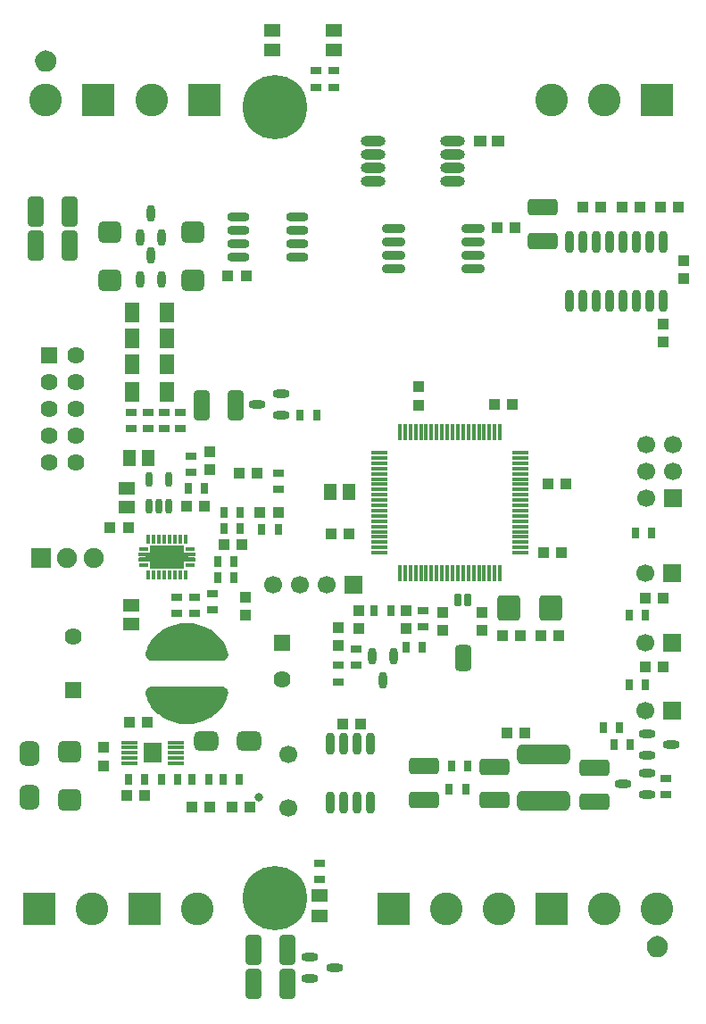
<source format=gts>
G04*
G04 #@! TF.GenerationSoftware,Altium Limited,Altium Designer,18.1.7 (191)*
G04*
G04 Layer_Color=8388736*
%FSLAX24Y24*%
%MOIN*%
G70*
G01*
G75*
%ADD44O,0.0930X0.0375*%
%ADD45R,0.0474X0.0434*%
%ADD46O,0.0157X0.0630*%
%ADD47O,0.0630X0.0157*%
%ADD48O,0.0320X0.0630*%
%ADD49O,0.0630X0.0320*%
%ADD50R,0.0650X0.0768*%
%ADD51O,0.0610X0.0157*%
%ADD52R,0.0827X0.0433*%
%ADD53O,0.0374X0.0157*%
%ADD54O,0.0157X0.0374*%
%ADD55C,0.0512*%
G04:AMPARAMS|DCode=56|XSize=98.4mil|YSize=63mil|CornerRadius=16.7mil|HoleSize=0mil|Usage=FLASHONLY|Rotation=270.000|XOffset=0mil|YOffset=0mil|HoleType=Round|Shape=RoundedRectangle|*
%AMROUNDEDRECTD56*
21,1,0.0984,0.0295,0,0,270.0*
21,1,0.0650,0.0630,0,0,270.0*
1,1,0.0335,-0.0148,-0.0325*
1,1,0.0335,-0.0148,0.0325*
1,1,0.0335,0.0148,0.0325*
1,1,0.0335,0.0148,-0.0325*
%
%ADD56ROUNDEDRECTD56*%
G04:AMPARAMS|DCode=57|XSize=47.2mil|YSize=27.6mil|CornerRadius=7.9mil|HoleSize=0mil|Usage=FLASHONLY|Rotation=270.000|XOffset=0mil|YOffset=0mil|HoleType=Round|Shape=RoundedRectangle|*
%AMROUNDEDRECTD57*
21,1,0.0472,0.0118,0,0,270.0*
21,1,0.0315,0.0276,0,0,270.0*
1,1,0.0157,-0.0059,-0.0157*
1,1,0.0157,-0.0059,0.0157*
1,1,0.0157,0.0059,0.0157*
1,1,0.0157,0.0059,-0.0157*
%
%ADD57ROUNDEDRECTD57*%
%ADD58O,0.0889X0.0335*%
G04:AMPARAMS|DCode=59|XSize=94.5mil|YSize=86.6mil|CornerRadius=14.4mil|HoleSize=0mil|Usage=FLASHONLY|Rotation=90.000|XOffset=0mil|YOffset=0mil|HoleType=Round|Shape=RoundedRectangle|*
%AMROUNDEDRECTD59*
21,1,0.0945,0.0579,0,0,90.0*
21,1,0.0657,0.0866,0,0,90.0*
1,1,0.0287,0.0289,0.0329*
1,1,0.0287,0.0289,-0.0329*
1,1,0.0287,-0.0289,-0.0329*
1,1,0.0287,-0.0289,0.0329*
%
%ADD59ROUNDEDRECTD59*%
%ADD60O,0.0276X0.0571*%
%ADD61R,0.0433X0.0433*%
G04:AMPARAMS|DCode=62|XSize=198.8mil|YSize=74.8mil|CornerRadius=19.7mil|HoleSize=0mil|Usage=FLASHONLY|Rotation=180.000|XOffset=0mil|YOffset=0mil|HoleType=Round|Shape=RoundedRectangle|*
%AMROUNDEDRECTD62*
21,1,0.1988,0.0354,0,0,180.0*
21,1,0.1594,0.0748,0,0,180.0*
1,1,0.0394,-0.0797,0.0177*
1,1,0.0394,0.0797,0.0177*
1,1,0.0394,0.0797,-0.0177*
1,1,0.0394,-0.0797,-0.0177*
%
%ADD62ROUNDEDRECTD62*%
%ADD63R,0.0591X0.0453*%
G04:AMPARAMS|DCode=64|XSize=55.1mil|YSize=76mil|CornerRadius=4.5mil|HoleSize=0mil|Usage=FLASHONLY|Rotation=180.000|XOffset=0mil|YOffset=0mil|HoleType=Round|Shape=RoundedRectangle|*
%AMROUNDEDRECTD64*
21,1,0.0551,0.0669,0,0,180.0*
21,1,0.0461,0.0760,0,0,180.0*
1,1,0.0091,-0.0230,0.0335*
1,1,0.0091,0.0230,0.0335*
1,1,0.0091,0.0230,-0.0335*
1,1,0.0091,-0.0230,-0.0335*
%
%ADD64ROUNDEDRECTD64*%
%ADD65O,0.0335X0.0839*%
G04:AMPARAMS|DCode=66|XSize=114.2mil|YSize=63mil|CornerRadius=16.7mil|HoleSize=0mil|Usage=FLASHONLY|Rotation=0.000|XOffset=0mil|YOffset=0mil|HoleType=Round|Shape=RoundedRectangle|*
%AMROUNDEDRECTD66*
21,1,0.1142,0.0295,0,0,0.0*
21,1,0.0807,0.0630,0,0,0.0*
1,1,0.0335,0.0404,-0.0148*
1,1,0.0335,-0.0404,-0.0148*
1,1,0.0335,-0.0404,0.0148*
1,1,0.0335,0.0404,0.0148*
%
%ADD66ROUNDEDRECTD66*%
G04:AMPARAMS|DCode=67|XSize=114.2mil|YSize=63mil|CornerRadius=16.7mil|HoleSize=0mil|Usage=FLASHONLY|Rotation=270.000|XOffset=0mil|YOffset=0mil|HoleType=Round|Shape=RoundedRectangle|*
%AMROUNDEDRECTD67*
21,1,0.1142,0.0295,0,0,270.0*
21,1,0.0807,0.0630,0,0,270.0*
1,1,0.0335,-0.0148,-0.0404*
1,1,0.0335,-0.0148,0.0404*
1,1,0.0335,0.0148,0.0404*
1,1,0.0335,0.0148,-0.0404*
%
%ADD67ROUNDEDRECTD67*%
%ADD68R,0.0315X0.0394*%
%ADD69R,0.0394X0.0315*%
%ADD70R,0.0492X0.0610*%
%ADD71R,0.0610X0.0492*%
%ADD72R,0.0433X0.0394*%
%ADD73R,0.0394X0.0433*%
%ADD74O,0.0839X0.0335*%
G04:AMPARAMS|DCode=75|XSize=86.6mil|YSize=82.7mil|CornerRadius=21.7mil|HoleSize=0mil|Usage=FLASHONLY|Rotation=0.000|XOffset=0mil|YOffset=0mil|HoleType=Round|Shape=RoundedRectangle|*
%AMROUNDEDRECTD75*
21,1,0.0866,0.0394,0,0,0.0*
21,1,0.0433,0.0827,0,0,0.0*
1,1,0.0433,0.0217,-0.0197*
1,1,0.0433,-0.0217,-0.0197*
1,1,0.0433,-0.0217,0.0197*
1,1,0.0433,0.0217,0.0197*
%
%ADD75ROUNDEDRECTD75*%
G04:AMPARAMS|DCode=76|XSize=90.6mil|YSize=72.8mil|CornerRadius=19.2mil|HoleSize=0mil|Usage=FLASHONLY|Rotation=90.000|XOffset=0mil|YOffset=0mil|HoleType=Round|Shape=RoundedRectangle|*
%AMROUNDEDRECTD76*
21,1,0.0906,0.0344,0,0,90.0*
21,1,0.0522,0.0728,0,0,90.0*
1,1,0.0384,0.0172,0.0261*
1,1,0.0384,0.0172,-0.0261*
1,1,0.0384,-0.0172,-0.0261*
1,1,0.0384,-0.0172,0.0261*
%
%ADD76ROUNDEDRECTD76*%
G04:AMPARAMS|DCode=77|XSize=90.6mil|YSize=72.8mil|CornerRadius=19.2mil|HoleSize=0mil|Usage=FLASHONLY|Rotation=180.000|XOffset=0mil|YOffset=0mil|HoleType=Round|Shape=RoundedRectangle|*
%AMROUNDEDRECTD77*
21,1,0.0906,0.0344,0,0,180.0*
21,1,0.0522,0.0728,0,0,180.0*
1,1,0.0384,-0.0261,0.0172*
1,1,0.0384,0.0261,0.0172*
1,1,0.0384,0.0261,-0.0172*
1,1,0.0384,-0.0261,-0.0172*
%
%ADD77ROUNDEDRECTD77*%
%ADD78C,0.0639*%
%ADD79R,0.0639X0.0639*%
%ADD80C,0.1220*%
%ADD81R,0.1220X0.1220*%
%ADD82C,0.0669*%
%ADD83R,0.0669X0.0669*%
%ADD84C,0.0748*%
%ADD85R,0.0748X0.0748*%
%ADD86R,0.0669X0.0669*%
%ADD87C,0.2402*%
%ADD88C,0.0316*%
G36*
X5060Y11657D02*
X5059Y11665D01*
X5078Y11736D01*
X5083Y11742D01*
X5085Y11750D01*
X5128Y11809D01*
X5135Y11814D01*
X5140Y11820D01*
X5202Y11860D01*
X5210Y11861D01*
X5217Y11865D01*
X5289Y11879D01*
X5294Y11878D01*
X5297Y11880D01*
X7903D01*
X7907Y11878D01*
X7911Y11879D01*
X7986Y11865D01*
X7992Y11861D01*
X8001Y11859D01*
X8065Y11819D01*
X8069Y11812D01*
X8076Y11808D01*
X8121Y11747D01*
X8123Y11739D01*
X8128Y11732D01*
X8147Y11659D01*
X8146Y11651D01*
X8149Y11643D01*
X8140Y11568D01*
X8138Y11564D01*
X8138Y11560D01*
X8098Y11431D01*
X8096Y11429D01*
X8096Y11427D01*
X8036Y11277D01*
X8033Y11274D01*
X8033Y11271D01*
X7950Y11131D01*
X7947Y11129D01*
X7946Y11125D01*
X7842Y11000D01*
X7840Y11000D01*
X7840Y10998D01*
X7835Y10993D01*
X7834Y10993D01*
X7833Y10991D01*
X7667Y10842D01*
X7665Y10841D01*
X7663Y10839D01*
X7479Y10713D01*
X7476Y10712D01*
X7474Y10710D01*
X7275Y10610D01*
X7272Y10610D01*
X7270Y10608D01*
X7059Y10535D01*
X7056Y10535D01*
X7054Y10533D01*
X6835Y10489D01*
X6832Y10490D01*
X6830Y10488D01*
X6607Y10473D01*
X6604Y10474D01*
X6601Y10473D01*
X6379Y10488D01*
X6376Y10490D01*
X6373Y10489D01*
X6155Y10533D01*
X6153Y10535D01*
X6150Y10535D01*
X5939Y10608D01*
X5937Y10610D01*
X5934Y10610D01*
X5735Y10710D01*
X5733Y10712D01*
X5730Y10713D01*
X5546Y10839D01*
X5544Y10841D01*
X5541Y10842D01*
X5376Y10991D01*
X5375Y10993D01*
X5373Y10993D01*
X5371Y10996D01*
X5371Y10997D01*
X5369Y10998D01*
X5264Y11125D01*
X5263Y11128D01*
X5260Y11130D01*
X5176Y11272D01*
X5175Y11275D01*
X5173Y11278D01*
X5111Y11430D01*
X5111Y11432D01*
X5110Y11434D01*
X5068Y11568D01*
X5069Y11572D01*
X5066Y11576D01*
X5058Y11649D01*
X5060Y11657D01*
D02*
G37*
G36*
X23776Y2165D02*
X23790Y2063D01*
X23829Y1967D01*
X23892Y1885D01*
X23975Y1821D01*
X24070Y1782D01*
X24173Y1768D01*
X24276Y1782D01*
X24372Y1821D01*
X24454Y1885D01*
X24517Y1967D01*
X24557Y2063D01*
X24570Y2165D01*
X24557Y2268D01*
X24517Y2364D01*
X24454Y2446D01*
X24372Y2509D01*
X24276Y2549D01*
X24173Y2562D01*
X24070Y2549D01*
X23975Y2509D01*
X23892Y2446D01*
X23829Y2364D01*
X23790Y2268D01*
X23776Y2165D01*
D02*
G37*
G36*
X5069Y13150D02*
X5071Y13154D01*
X5071Y13158D01*
X5111Y13287D01*
X5112Y13289D01*
X5112Y13291D01*
X5173Y13442D01*
X5175Y13444D01*
X5176Y13448D01*
X5259Y13587D01*
X5262Y13589D01*
X5263Y13593D01*
X5367Y13718D01*
X5368Y13719D01*
X5369Y13720D01*
X5374Y13725D01*
X5375Y13725D01*
X5376Y13727D01*
X5541Y13876D01*
X5544Y13877D01*
X5546Y13879D01*
X5730Y14005D01*
X5733Y14006D01*
X5735Y14008D01*
X5934Y14108D01*
X5937Y14108D01*
X5939Y14110D01*
X6150Y14183D01*
X6153Y14183D01*
X6155Y14185D01*
X6373Y14229D01*
X6376Y14229D01*
X6379Y14230D01*
X6601Y14245D01*
X6604Y14244D01*
X6607Y14245D01*
X6830Y14230D01*
X6832Y14229D01*
X6835Y14229D01*
X7054Y14185D01*
X7056Y14183D01*
X7059Y14183D01*
X7270Y14110D01*
X7272Y14108D01*
X7275Y14108D01*
X7474Y14008D01*
X7476Y14006D01*
X7479Y14005D01*
X7663Y13879D01*
X7665Y13877D01*
X7667Y13876D01*
X7833Y13727D01*
X7834Y13725D01*
X7835Y13725D01*
X7837Y13722D01*
X7838Y13721D01*
X7840Y13720D01*
X7945Y13593D01*
X7946Y13590D01*
X7949Y13588D01*
X8033Y13446D01*
X8034Y13443D01*
X8036Y13440D01*
X8097Y13288D01*
X8097Y13286D01*
X8099Y13284D01*
X8140Y13150D01*
X8140Y13146D01*
X8142Y13142D01*
X8151Y13070D01*
X8148Y13062D01*
X8150Y13053D01*
X8131Y12982D01*
X8126Y12976D01*
X8124Y12968D01*
X8080Y12909D01*
X8073Y12904D01*
X8069Y12898D01*
X8006Y12859D01*
X7998Y12857D01*
X7991Y12853D01*
X7919Y12839D01*
X7915Y12840D01*
X7911Y12838D01*
X5305D01*
X5302Y12840D01*
X5297Y12839D01*
X5223Y12853D01*
X5216Y12858D01*
X5208Y12859D01*
X5144Y12899D01*
X5139Y12906D01*
X5132Y12910D01*
X5088Y12971D01*
X5086Y12979D01*
X5081Y12986D01*
X5061Y13059D01*
X5062Y13067D01*
X5060Y13075D01*
X5069Y13150D01*
D02*
G37*
G36*
X6490Y17150D02*
X6498Y17138D01*
Y16894D01*
X6907D01*
X6923Y16886D01*
X6933Y16870D01*
Y16772D01*
X6920Y16741D01*
X6890Y16728D01*
X6648D01*
Y16697D01*
X6890D01*
X6920Y16684D01*
X6933Y16654D01*
Y16555D01*
X6923Y16543D01*
X6907Y16535D01*
X6896Y16531D01*
X6498D01*
Y16287D01*
X6490Y16276D01*
X6478Y16268D01*
X5234D01*
X5222Y16276D01*
X5215Y16291D01*
Y16531D01*
X4809D01*
X4797Y16535D01*
X4785Y16543D01*
X4780Y16555D01*
Y16654D01*
X4792Y16684D01*
X4823Y16697D01*
X5065D01*
Y16728D01*
X4823D01*
X4792Y16741D01*
X4780Y16772D01*
Y16870D01*
X4793Y16886D01*
X4817Y16894D01*
X5215D01*
Y17130D01*
X5218Y17150D01*
X5238Y17157D01*
X6478D01*
X6490Y17150D01*
D02*
G37*
G36*
X941Y35236D02*
X955Y35133D01*
X995Y35038D01*
X1058Y34955D01*
X1140Y34892D01*
X1236Y34853D01*
X1339Y34839D01*
X1441Y34853D01*
X1537Y34892D01*
X1619Y34955D01*
X1682Y35038D01*
X1722Y35133D01*
X1736Y35236D01*
X1722Y35339D01*
X1682Y35435D01*
X1619Y35517D01*
X1537Y35580D01*
X1441Y35620D01*
X1339Y35633D01*
X1236Y35620D01*
X1140Y35580D01*
X1058Y35517D01*
X995Y35435D01*
X955Y35339D01*
X941Y35236D01*
D02*
G37*
D44*
X13563Y30754D02*
D03*
Y31754D02*
D03*
Y32254D02*
D03*
X16513Y30754D02*
D03*
Y31754D02*
D03*
Y32254D02*
D03*
X13563Y31254D02*
D03*
X16513D02*
D03*
D45*
X18218Y32244D02*
D03*
X17549D02*
D03*
D46*
X16722Y16102D02*
D03*
X16919D02*
D03*
X17116D02*
D03*
X17313D02*
D03*
X17510D02*
D03*
X17707D02*
D03*
X17904D02*
D03*
X18100D02*
D03*
X18297D02*
D03*
X14557D02*
D03*
X14754D02*
D03*
X14951D02*
D03*
X15148D02*
D03*
X15344D02*
D03*
X15541D02*
D03*
X15738D02*
D03*
X15935D02*
D03*
X16132D02*
D03*
X18297Y21378D02*
D03*
X18100D02*
D03*
X17904D02*
D03*
X17707D02*
D03*
X17510D02*
D03*
X17313D02*
D03*
X17116D02*
D03*
X16919D02*
D03*
X16722D02*
D03*
X16132D02*
D03*
X15935D02*
D03*
X15738D02*
D03*
X15541D02*
D03*
X15344D02*
D03*
X15148D02*
D03*
X14951D02*
D03*
X14754D02*
D03*
X14557D02*
D03*
X16329Y16102D02*
D03*
X16526D02*
D03*
Y21378D02*
D03*
X16329D02*
D03*
D47*
X19065Y17067D02*
D03*
Y17264D02*
D03*
Y17461D02*
D03*
Y17657D02*
D03*
Y17854D02*
D03*
Y18051D02*
D03*
Y18248D02*
D03*
Y18445D02*
D03*
Y18642D02*
D03*
Y18839D02*
D03*
Y19035D02*
D03*
Y19232D02*
D03*
Y19429D02*
D03*
X13789D02*
D03*
Y19232D02*
D03*
Y19035D02*
D03*
Y18839D02*
D03*
Y18642D02*
D03*
Y18445D02*
D03*
Y18248D02*
D03*
Y18051D02*
D03*
Y17854D02*
D03*
Y17657D02*
D03*
Y17461D02*
D03*
Y17264D02*
D03*
Y17067D02*
D03*
X19065Y20020D02*
D03*
Y20217D02*
D03*
Y20413D02*
D03*
Y20610D02*
D03*
X13789D02*
D03*
Y20413D02*
D03*
Y20217D02*
D03*
Y20020D02*
D03*
X19065Y16870D02*
D03*
Y19626D02*
D03*
Y19823D02*
D03*
X13789D02*
D03*
Y19626D02*
D03*
Y16870D02*
D03*
D48*
X13514Y13022D02*
D03*
X14314D02*
D03*
X13914Y12112D02*
D03*
X5659Y27062D02*
D03*
X4859D02*
D03*
X5259Y27972D02*
D03*
X5659Y28632D02*
D03*
X4859D02*
D03*
X5259Y29542D02*
D03*
D49*
X11201Y1784D02*
D03*
Y984D02*
D03*
X12111Y1384D02*
D03*
X23789Y7854D02*
D03*
Y8654D02*
D03*
X22879Y8254D02*
D03*
X23780Y10101D02*
D03*
Y9301D02*
D03*
X24690Y9701D02*
D03*
X10142Y22002D02*
D03*
Y22802D02*
D03*
X9232Y22402D02*
D03*
D50*
X5315Y9400D02*
D03*
D51*
X6181Y9793D02*
D03*
Y9596D02*
D03*
Y9400D02*
D03*
Y9203D02*
D03*
Y9006D02*
D03*
X4449D02*
D03*
Y9203D02*
D03*
Y9400D02*
D03*
Y9596D02*
D03*
Y9793D02*
D03*
D52*
X5856Y16713D02*
D03*
D53*
X4990Y17008D02*
D03*
Y16417D02*
D03*
X6722Y17008D02*
D03*
Y16417D02*
D03*
D54*
X5167Y17382D02*
D03*
X5364D02*
D03*
X5561D02*
D03*
X5758D02*
D03*
X5955D02*
D03*
X6152D02*
D03*
X6348D02*
D03*
X6545D02*
D03*
Y16043D02*
D03*
X6348D02*
D03*
X6152D02*
D03*
X5955D02*
D03*
X5758D02*
D03*
X5561D02*
D03*
X5364D02*
D03*
X5167D02*
D03*
D55*
X24173Y2165D02*
D03*
X1339Y35236D02*
D03*
D56*
X16909Y12933D02*
D03*
D57*
X17087Y15118D02*
D03*
X16732D02*
D03*
D58*
X17283Y27984D02*
D03*
X14333D02*
D03*
X17283Y28984D02*
D03*
Y28484D02*
D03*
Y27484D02*
D03*
X14333Y28984D02*
D03*
Y28484D02*
D03*
Y27484D02*
D03*
D59*
X20187Y14813D02*
D03*
X18612D02*
D03*
D60*
X5551Y18622D02*
D03*
X5177Y19606D02*
D03*
Y18622D02*
D03*
X5925Y19606D02*
D03*
Y18622D02*
D03*
D61*
X6604Y11309D02*
D03*
Y13409D02*
D03*
D62*
X19931Y7618D02*
D03*
Y9350D02*
D03*
D63*
X12077Y36388D02*
D03*
Y35640D02*
D03*
X9803Y36388D02*
D03*
Y35640D02*
D03*
X11555Y3317D02*
D03*
Y4065D02*
D03*
D64*
X5867Y23898D02*
D03*
X4567D02*
D03*
X5867Y25837D02*
D03*
X4567D02*
D03*
X5867Y22884D02*
D03*
X4567D02*
D03*
X5867Y24882D02*
D03*
X4567D02*
D03*
D65*
X22378Y26270D02*
D03*
Y28470D02*
D03*
X22878Y26270D02*
D03*
X23378D02*
D03*
X23878D02*
D03*
X24378D02*
D03*
X20878D02*
D03*
X21378D02*
D03*
X21878D02*
D03*
X22878Y28470D02*
D03*
X23378D02*
D03*
X23878D02*
D03*
X24378D02*
D03*
X20878D02*
D03*
X21378D02*
D03*
X21878D02*
D03*
X13443Y9754D02*
D03*
X12943D02*
D03*
Y7554D02*
D03*
X13443D02*
D03*
X11943Y9754D02*
D03*
Y7554D02*
D03*
X12443Y9754D02*
D03*
Y7554D02*
D03*
D66*
X21841Y8848D02*
D03*
Y7589D02*
D03*
X15453Y7657D02*
D03*
Y8917D02*
D03*
X18081Y7628D02*
D03*
Y8888D02*
D03*
X19902Y28504D02*
D03*
Y29764D02*
D03*
D67*
X8415Y22392D02*
D03*
X7156D02*
D03*
X10364Y778D02*
D03*
X9104D02*
D03*
X10364Y2057D02*
D03*
X9104D02*
D03*
X2234Y28356D02*
D03*
X974D02*
D03*
X2234Y29606D02*
D03*
X974D02*
D03*
D68*
X23720Y14557D02*
D03*
X23110D02*
D03*
X23730Y11929D02*
D03*
X23120D02*
D03*
X22146Y10354D02*
D03*
X22756D02*
D03*
X10010Y17756D02*
D03*
X9400D02*
D03*
X23159Y9724D02*
D03*
X22549D02*
D03*
X23966Y17598D02*
D03*
X23356D02*
D03*
X16477Y8898D02*
D03*
X17087D02*
D03*
X17017Y8031D02*
D03*
X16407D02*
D03*
X8592Y18376D02*
D03*
X7982D02*
D03*
X8356Y16555D02*
D03*
X7746D02*
D03*
X8366Y15955D02*
D03*
X7756D02*
D03*
X8592Y17776D02*
D03*
X7982D02*
D03*
X10837Y21998D02*
D03*
X11447D02*
D03*
X7411Y8415D02*
D03*
X6801D02*
D03*
X8573Y8425D02*
D03*
X7963D02*
D03*
X4420Y8415D02*
D03*
X5030D02*
D03*
X6260D02*
D03*
X5650D02*
D03*
X6664Y19262D02*
D03*
X7274D02*
D03*
X14794Y13337D02*
D03*
X15404D02*
D03*
X13603Y14715D02*
D03*
X14213D02*
D03*
D69*
X15413Y14105D02*
D03*
Y14715D02*
D03*
X12077Y34862D02*
D03*
Y34252D02*
D03*
X11427Y34862D02*
D03*
Y34252D02*
D03*
X24508Y7845D02*
D03*
Y8455D02*
D03*
X10010Y19852D02*
D03*
Y19242D02*
D03*
X12254Y12667D02*
D03*
Y12057D02*
D03*
X12933Y12677D02*
D03*
Y13287D02*
D03*
X6230Y14597D02*
D03*
Y15207D02*
D03*
X7559Y14744D02*
D03*
Y15354D02*
D03*
X6890Y14597D02*
D03*
Y15207D02*
D03*
X6368Y21506D02*
D03*
Y22116D02*
D03*
X5758Y21506D02*
D03*
Y22116D02*
D03*
X5148Y21506D02*
D03*
Y22116D02*
D03*
X4537Y21506D02*
D03*
Y22116D02*
D03*
X6772Y20472D02*
D03*
Y19862D02*
D03*
X11545Y5275D02*
D03*
Y4665D02*
D03*
D70*
X12667Y19134D02*
D03*
X11959D02*
D03*
X5167Y20423D02*
D03*
X4459D02*
D03*
D71*
X4528Y14921D02*
D03*
Y14213D02*
D03*
X4350Y18583D02*
D03*
Y19291D02*
D03*
D72*
X18386Y13780D02*
D03*
X19055D02*
D03*
X20492Y13779D02*
D03*
X19823D02*
D03*
X23720Y15177D02*
D03*
X24390D02*
D03*
X23720Y12598D02*
D03*
X24390D02*
D03*
X19931Y16870D02*
D03*
X20600D02*
D03*
X18100Y22402D02*
D03*
X18770D02*
D03*
X12657Y17569D02*
D03*
X11988D02*
D03*
X20098Y19429D02*
D03*
X20768D02*
D03*
X18848Y28996D02*
D03*
X18179D02*
D03*
X10010Y18386D02*
D03*
X9341D02*
D03*
X3740Y17815D02*
D03*
X4409D02*
D03*
X18573Y10157D02*
D03*
X19242D02*
D03*
X9242Y19843D02*
D03*
X8573D02*
D03*
X8652Y17165D02*
D03*
X7982D02*
D03*
X13081Y10492D02*
D03*
X12411D02*
D03*
X24961Y29774D02*
D03*
X24291D02*
D03*
X22057D02*
D03*
X21388D02*
D03*
X23524D02*
D03*
X22854D02*
D03*
X8809Y27195D02*
D03*
X8140D02*
D03*
X4449Y10541D02*
D03*
X5118D02*
D03*
X5039Y7795D02*
D03*
X4370D02*
D03*
X8957Y7361D02*
D03*
X8287D02*
D03*
X6801Y7362D02*
D03*
X7470D02*
D03*
X7274Y18622D02*
D03*
X6604D02*
D03*
D73*
X16171Y14656D02*
D03*
Y13986D02*
D03*
X17628Y14656D02*
D03*
Y13986D02*
D03*
X15246Y22392D02*
D03*
Y23061D02*
D03*
X13022Y14724D02*
D03*
Y14055D02*
D03*
X14793Y14715D02*
D03*
Y14045D02*
D03*
X12264Y13406D02*
D03*
Y14075D02*
D03*
X25167Y27776D02*
D03*
Y27106D02*
D03*
X8789Y15207D02*
D03*
Y14537D02*
D03*
X3484Y8927D02*
D03*
Y9596D02*
D03*
X7451Y19961D02*
D03*
Y20630D02*
D03*
X24390Y24744D02*
D03*
Y25413D02*
D03*
D74*
X10718Y27927D02*
D03*
Y28427D02*
D03*
X8518D02*
D03*
Y27927D02*
D03*
X10718Y29427D02*
D03*
X8518D02*
D03*
X10718Y28927D02*
D03*
X8518D02*
D03*
D75*
X3711Y28839D02*
D03*
Y27028D02*
D03*
X6821D02*
D03*
Y28839D02*
D03*
X2215Y7648D02*
D03*
Y9459D02*
D03*
D76*
X738Y7756D02*
D03*
Y9370D02*
D03*
D77*
X8937Y9843D02*
D03*
X7323D02*
D03*
D78*
X2343Y13742D02*
D03*
X10167Y12136D02*
D03*
X1451Y23246D02*
D03*
Y20246D02*
D03*
Y21246D02*
D03*
X2451Y23246D02*
D03*
Y24246D02*
D03*
Y20246D02*
D03*
Y21246D02*
D03*
X1451Y22246D02*
D03*
X2451D02*
D03*
D79*
X2343Y11742D02*
D03*
X10167Y13514D02*
D03*
X1451Y24246D02*
D03*
D80*
X18268Y3593D02*
D03*
X16299D02*
D03*
X24173D02*
D03*
X22205D02*
D03*
X20236Y33780D02*
D03*
X22205D02*
D03*
X5276D02*
D03*
X7008Y3593D02*
D03*
X1339Y33780D02*
D03*
X3071Y3593D02*
D03*
D81*
X14331D02*
D03*
X20236D02*
D03*
X24173Y33780D02*
D03*
X7244D02*
D03*
X5039Y3593D02*
D03*
X3307Y33780D02*
D03*
X1102Y3593D02*
D03*
D82*
X10404Y9341D02*
D03*
Y7341D02*
D03*
X23711Y16112D02*
D03*
Y13514D02*
D03*
Y10984D02*
D03*
X11815Y15669D02*
D03*
X9815D02*
D03*
X10815D02*
D03*
X23744Y20917D02*
D03*
X24744D02*
D03*
X23744Y19917D02*
D03*
Y18917D02*
D03*
X24744Y19917D02*
D03*
D83*
X24711Y16112D02*
D03*
Y13514D02*
D03*
Y10984D02*
D03*
X12815Y15669D02*
D03*
D84*
X2136Y16663D02*
D03*
X3120D02*
D03*
D85*
X1152D02*
D03*
D86*
X24744Y18917D02*
D03*
D87*
X9882Y33504D02*
D03*
Y3976D02*
D03*
D88*
X9301Y7746D02*
D03*
M02*

</source>
